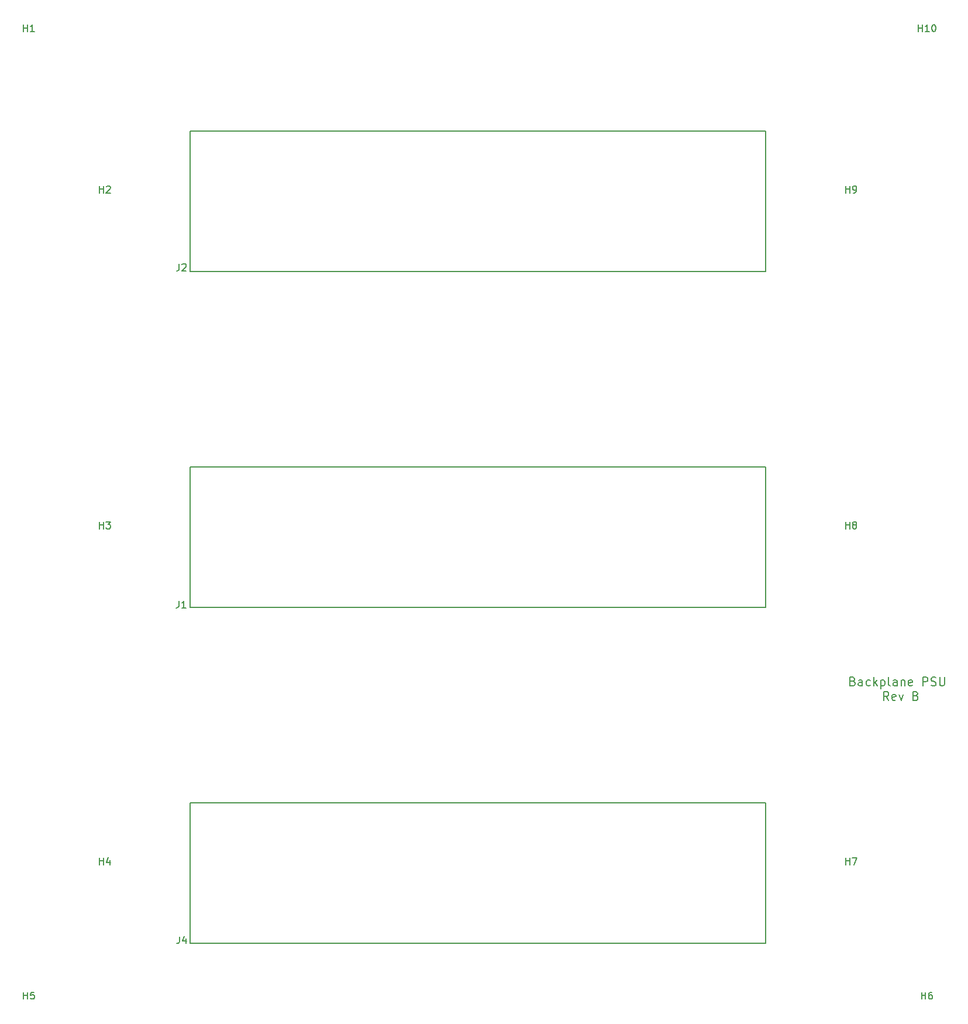
<source format=gbr>
%TF.GenerationSoftware,KiCad,Pcbnew,(5.1.5)-3*%
%TF.CreationDate,2021-10-03T16:15:59+02:00*%
%TF.ProjectId,Backplane PSU,4261636b-706c-4616-9e65-205053552e6b,rev?*%
%TF.SameCoordinates,PX68e7780PYb532b80*%
%TF.FileFunction,Legend,Top*%
%TF.FilePolarity,Positive*%
%FSLAX46Y46*%
G04 Gerber Fmt 4.6, Leading zero omitted, Abs format (unit mm)*
G04 Created by KiCad (PCBNEW (5.1.5)-3) date 2021-10-03 16:15:59*
%MOMM*%
%LPD*%
G04 APERTURE LIST*
%ADD10C,0.200000*%
%ADD11C,0.150000*%
G04 APERTURE END LIST*
D10*
X119295238Y49726786D02*
X119473809Y49667262D01*
X119533333Y49607739D01*
X119592857Y49488691D01*
X119592857Y49310120D01*
X119533333Y49191072D01*
X119473809Y49131548D01*
X119354761Y49072024D01*
X118878571Y49072024D01*
X118878571Y50322024D01*
X119295238Y50322024D01*
X119414285Y50262500D01*
X119473809Y50202977D01*
X119533333Y50083929D01*
X119533333Y49964881D01*
X119473809Y49845834D01*
X119414285Y49786310D01*
X119295238Y49726786D01*
X118878571Y49726786D01*
X120664285Y49072024D02*
X120664285Y49726786D01*
X120604761Y49845834D01*
X120485714Y49905358D01*
X120247619Y49905358D01*
X120128571Y49845834D01*
X120664285Y49131548D02*
X120545238Y49072024D01*
X120247619Y49072024D01*
X120128571Y49131548D01*
X120069047Y49250596D01*
X120069047Y49369643D01*
X120128571Y49488691D01*
X120247619Y49548215D01*
X120545238Y49548215D01*
X120664285Y49607739D01*
X121795238Y49131548D02*
X121676190Y49072024D01*
X121438095Y49072024D01*
X121319047Y49131548D01*
X121259523Y49191072D01*
X121200000Y49310120D01*
X121200000Y49667262D01*
X121259523Y49786310D01*
X121319047Y49845834D01*
X121438095Y49905358D01*
X121676190Y49905358D01*
X121795238Y49845834D01*
X122330952Y49072024D02*
X122330952Y50322024D01*
X122450000Y49548215D02*
X122807142Y49072024D01*
X122807142Y49905358D02*
X122330952Y49429167D01*
X123342857Y49905358D02*
X123342857Y48655358D01*
X123342857Y49845834D02*
X123461904Y49905358D01*
X123700000Y49905358D01*
X123819047Y49845834D01*
X123878571Y49786310D01*
X123938095Y49667262D01*
X123938095Y49310120D01*
X123878571Y49191072D01*
X123819047Y49131548D01*
X123700000Y49072024D01*
X123461904Y49072024D01*
X123342857Y49131548D01*
X124652380Y49072024D02*
X124533333Y49131548D01*
X124473809Y49250596D01*
X124473809Y50322024D01*
X125664285Y49072024D02*
X125664285Y49726786D01*
X125604761Y49845834D01*
X125485714Y49905358D01*
X125247619Y49905358D01*
X125128571Y49845834D01*
X125664285Y49131548D02*
X125545238Y49072024D01*
X125247619Y49072024D01*
X125128571Y49131548D01*
X125069047Y49250596D01*
X125069047Y49369643D01*
X125128571Y49488691D01*
X125247619Y49548215D01*
X125545238Y49548215D01*
X125664285Y49607739D01*
X126259523Y49905358D02*
X126259523Y49072024D01*
X126259523Y49786310D02*
X126319047Y49845834D01*
X126438095Y49905358D01*
X126616666Y49905358D01*
X126735714Y49845834D01*
X126795238Y49726786D01*
X126795238Y49072024D01*
X127866666Y49131548D02*
X127747619Y49072024D01*
X127509523Y49072024D01*
X127390476Y49131548D01*
X127330952Y49250596D01*
X127330952Y49726786D01*
X127390476Y49845834D01*
X127509523Y49905358D01*
X127747619Y49905358D01*
X127866666Y49845834D01*
X127926190Y49726786D01*
X127926190Y49607739D01*
X127330952Y49488691D01*
X129414285Y49072024D02*
X129414285Y50322024D01*
X129890476Y50322024D01*
X130009523Y50262500D01*
X130069047Y50202977D01*
X130128571Y50083929D01*
X130128571Y49905358D01*
X130069047Y49786310D01*
X130009523Y49726786D01*
X129890476Y49667262D01*
X129414285Y49667262D01*
X130604761Y49131548D02*
X130783333Y49072024D01*
X131080952Y49072024D01*
X131200000Y49131548D01*
X131259523Y49191072D01*
X131319047Y49310120D01*
X131319047Y49429167D01*
X131259523Y49548215D01*
X131200000Y49607739D01*
X131080952Y49667262D01*
X130842857Y49726786D01*
X130723809Y49786310D01*
X130664285Y49845834D01*
X130604761Y49964881D01*
X130604761Y50083929D01*
X130664285Y50202977D01*
X130723809Y50262500D01*
X130842857Y50322024D01*
X131140476Y50322024D01*
X131319047Y50262500D01*
X131854761Y50322024D02*
X131854761Y49310120D01*
X131914285Y49191072D01*
X131973809Y49131548D01*
X132092857Y49072024D01*
X132330952Y49072024D01*
X132450000Y49131548D01*
X132509523Y49191072D01*
X132569047Y49310120D01*
X132569047Y50322024D01*
X124473809Y46997024D02*
X124057142Y47592262D01*
X123759523Y46997024D02*
X123759523Y48247024D01*
X124235714Y48247024D01*
X124354761Y48187500D01*
X124414285Y48127977D01*
X124473809Y48008929D01*
X124473809Y47830358D01*
X124414285Y47711310D01*
X124354761Y47651786D01*
X124235714Y47592262D01*
X123759523Y47592262D01*
X125485714Y47056548D02*
X125366666Y46997024D01*
X125128571Y46997024D01*
X125009523Y47056548D01*
X124950000Y47175596D01*
X124950000Y47651786D01*
X125009523Y47770834D01*
X125128571Y47830358D01*
X125366666Y47830358D01*
X125485714Y47770834D01*
X125545238Y47651786D01*
X125545238Y47532739D01*
X124950000Y47413691D01*
X125961904Y47830358D02*
X126259523Y46997024D01*
X126557142Y47830358D01*
X128402380Y47651786D02*
X128580952Y47592262D01*
X128640476Y47532739D01*
X128700000Y47413691D01*
X128700000Y47235120D01*
X128640476Y47116072D01*
X128580952Y47056548D01*
X128461904Y46997024D01*
X127985714Y46997024D01*
X127985714Y48247024D01*
X128402380Y48247024D01*
X128521428Y48187500D01*
X128580952Y48127977D01*
X128640476Y48008929D01*
X128640476Y47889881D01*
X128580952Y47770834D01*
X128521428Y47711310D01*
X128402380Y47651786D01*
X127985714Y47651786D01*
%TO.C,J4*%
X106660000Y32120000D02*
X23350000Y32120000D01*
X106660000Y11800000D02*
X106660000Y32120000D01*
X23350000Y11800000D02*
X106660000Y11800000D01*
X23350000Y32120000D02*
X23350000Y11800000D01*
%TO.C,J1*%
X106660000Y80720000D02*
X23350000Y80720000D01*
X106660000Y60400000D02*
X106660000Y80720000D01*
X23350000Y60400000D02*
X106660000Y60400000D01*
X23350000Y80720000D02*
X23350000Y60400000D01*
%TO.C,J2*%
X106660000Y129320000D02*
X23350000Y129320000D01*
X106660000Y109000000D02*
X106660000Y129320000D01*
X23350000Y109000000D02*
X106660000Y109000000D01*
X23350000Y129320000D02*
X23350000Y109000000D01*
%TO.C,H1*%
D11*
X-761905Y143747620D02*
X-761905Y144747620D01*
X-761905Y144271429D02*
X-190477Y144271429D01*
X-190477Y143747620D02*
X-190477Y144747620D01*
X809523Y143747620D02*
X238095Y143747620D01*
X523809Y143747620D02*
X523809Y144747620D01*
X428571Y144604762D01*
X333333Y144509524D01*
X238095Y144461905D01*
%TO.C,H2*%
X10238095Y120407620D02*
X10238095Y121407620D01*
X10238095Y120931429D02*
X10809523Y120931429D01*
X10809523Y120407620D02*
X10809523Y121407620D01*
X11238095Y121312381D02*
X11285714Y121360000D01*
X11380952Y121407620D01*
X11619047Y121407620D01*
X11714285Y121360000D01*
X11761904Y121312381D01*
X11809523Y121217143D01*
X11809523Y121121905D01*
X11761904Y120979048D01*
X11190476Y120407620D01*
X11809523Y120407620D01*
%TO.C,H3*%
X10238095Y71807620D02*
X10238095Y72807620D01*
X10238095Y72331429D02*
X10809523Y72331429D01*
X10809523Y71807620D02*
X10809523Y72807620D01*
X11190476Y72807620D02*
X11809523Y72807620D01*
X11476190Y72426667D01*
X11619047Y72426667D01*
X11714285Y72379048D01*
X11761904Y72331429D01*
X11809523Y72236191D01*
X11809523Y71998096D01*
X11761904Y71902858D01*
X11714285Y71855239D01*
X11619047Y71807620D01*
X11333333Y71807620D01*
X11238095Y71855239D01*
X11190476Y71902858D01*
%TO.C,H4*%
X10238095Y23207620D02*
X10238095Y24207620D01*
X10238095Y23731429D02*
X10809523Y23731429D01*
X10809523Y23207620D02*
X10809523Y24207620D01*
X11714285Y23874286D02*
X11714285Y23207620D01*
X11476190Y24255239D02*
X11238095Y23540953D01*
X11857142Y23540953D01*
%TO.C,H5*%
X-761905Y3747620D02*
X-761905Y4747620D01*
X-761905Y4271429D02*
X-190477Y4271429D01*
X-190477Y3747620D02*
X-190477Y4747620D01*
X761904Y4747620D02*
X285714Y4747620D01*
X238095Y4271429D01*
X285714Y4319048D01*
X380952Y4366667D01*
X619047Y4366667D01*
X714285Y4319048D01*
X761904Y4271429D01*
X809523Y4176191D01*
X809523Y3938096D01*
X761904Y3842858D01*
X714285Y3795239D01*
X619047Y3747620D01*
X380952Y3747620D01*
X285714Y3795239D01*
X238095Y3842858D01*
%TO.C,H6*%
X129238095Y3747620D02*
X129238095Y4747620D01*
X129238095Y4271429D02*
X129809523Y4271429D01*
X129809523Y3747620D02*
X129809523Y4747620D01*
X130714285Y4747620D02*
X130523809Y4747620D01*
X130428571Y4700000D01*
X130380952Y4652381D01*
X130285714Y4509524D01*
X130238095Y4319048D01*
X130238095Y3938096D01*
X130285714Y3842858D01*
X130333333Y3795239D01*
X130428571Y3747620D01*
X130619047Y3747620D01*
X130714285Y3795239D01*
X130761904Y3842858D01*
X130809523Y3938096D01*
X130809523Y4176191D01*
X130761904Y4271429D01*
X130714285Y4319048D01*
X130619047Y4366667D01*
X130428571Y4366667D01*
X130333333Y4319048D01*
X130285714Y4271429D01*
X130238095Y4176191D01*
%TO.C,H7*%
X118238095Y23207620D02*
X118238095Y24207620D01*
X118238095Y23731429D02*
X118809523Y23731429D01*
X118809523Y23207620D02*
X118809523Y24207620D01*
X119190476Y24207620D02*
X119857142Y24207620D01*
X119428571Y23207620D01*
%TO.C,H8*%
X118238095Y71807620D02*
X118238095Y72807620D01*
X118238095Y72331429D02*
X118809523Y72331429D01*
X118809523Y71807620D02*
X118809523Y72807620D01*
X119428571Y72379048D02*
X119333333Y72426667D01*
X119285714Y72474286D01*
X119238095Y72569524D01*
X119238095Y72617143D01*
X119285714Y72712381D01*
X119333333Y72760000D01*
X119428571Y72807620D01*
X119619047Y72807620D01*
X119714285Y72760000D01*
X119761904Y72712381D01*
X119809523Y72617143D01*
X119809523Y72569524D01*
X119761904Y72474286D01*
X119714285Y72426667D01*
X119619047Y72379048D01*
X119428571Y72379048D01*
X119333333Y72331429D01*
X119285714Y72283810D01*
X119238095Y72188572D01*
X119238095Y71998096D01*
X119285714Y71902858D01*
X119333333Y71855239D01*
X119428571Y71807620D01*
X119619047Y71807620D01*
X119714285Y71855239D01*
X119761904Y71902858D01*
X119809523Y71998096D01*
X119809523Y72188572D01*
X119761904Y72283810D01*
X119714285Y72331429D01*
X119619047Y72379048D01*
%TO.C,H9*%
X118238095Y120407620D02*
X118238095Y121407620D01*
X118238095Y120931429D02*
X118809523Y120931429D01*
X118809523Y120407620D02*
X118809523Y121407620D01*
X119333333Y120407620D02*
X119523809Y120407620D01*
X119619047Y120455239D01*
X119666666Y120502858D01*
X119761904Y120645715D01*
X119809523Y120836191D01*
X119809523Y121217143D01*
X119761904Y121312381D01*
X119714285Y121360000D01*
X119619047Y121407620D01*
X119428571Y121407620D01*
X119333333Y121360000D01*
X119285714Y121312381D01*
X119238095Y121217143D01*
X119238095Y120979048D01*
X119285714Y120883810D01*
X119333333Y120836191D01*
X119428571Y120788572D01*
X119619047Y120788572D01*
X119714285Y120836191D01*
X119761904Y120883810D01*
X119809523Y120979048D01*
%TO.C,H10*%
X128761904Y143747620D02*
X128761904Y144747620D01*
X128761904Y144271429D02*
X129333333Y144271429D01*
X129333333Y143747620D02*
X129333333Y144747620D01*
X130333333Y143747620D02*
X129761904Y143747620D01*
X130047619Y143747620D02*
X130047619Y144747620D01*
X129952380Y144604762D01*
X129857142Y144509524D01*
X129761904Y144461905D01*
X130952380Y144747620D02*
X131047619Y144747620D01*
X131142857Y144700000D01*
X131190476Y144652381D01*
X131238095Y144557143D01*
X131285714Y144366667D01*
X131285714Y144128572D01*
X131238095Y143938096D01*
X131190476Y143842858D01*
X131142857Y143795239D01*
X131047619Y143747620D01*
X130952380Y143747620D01*
X130857142Y143795239D01*
X130809523Y143842858D01*
X130761904Y143938096D01*
X130714285Y144128572D01*
X130714285Y144366667D01*
X130761904Y144557143D01*
X130809523Y144652381D01*
X130857142Y144700000D01*
X130952380Y144747620D01*
%TO.C,J4*%
X21816666Y12797620D02*
X21816666Y12083334D01*
X21769047Y11940477D01*
X21673809Y11845239D01*
X21530952Y11797620D01*
X21435714Y11797620D01*
X22721428Y12464286D02*
X22721428Y11797620D01*
X22483333Y12845239D02*
X22245238Y12130953D01*
X22864285Y12130953D01*
%TO.C,J1*%
X21716666Y61347620D02*
X21716666Y60633334D01*
X21669047Y60490477D01*
X21573809Y60395239D01*
X21430952Y60347620D01*
X21335714Y60347620D01*
X22716666Y60347620D02*
X22145238Y60347620D01*
X22430952Y60347620D02*
X22430952Y61347620D01*
X22335714Y61204762D01*
X22240476Y61109524D01*
X22145238Y61061905D01*
%TO.C,J2*%
X21766666Y110147620D02*
X21766666Y109433334D01*
X21719047Y109290477D01*
X21623809Y109195239D01*
X21480952Y109147620D01*
X21385714Y109147620D01*
X22195238Y110052381D02*
X22242857Y110100000D01*
X22338095Y110147620D01*
X22576190Y110147620D01*
X22671428Y110100000D01*
X22719047Y110052381D01*
X22766666Y109957143D01*
X22766666Y109861905D01*
X22719047Y109719048D01*
X22147619Y109147620D01*
X22766666Y109147620D01*
%TD*%
M02*

</source>
